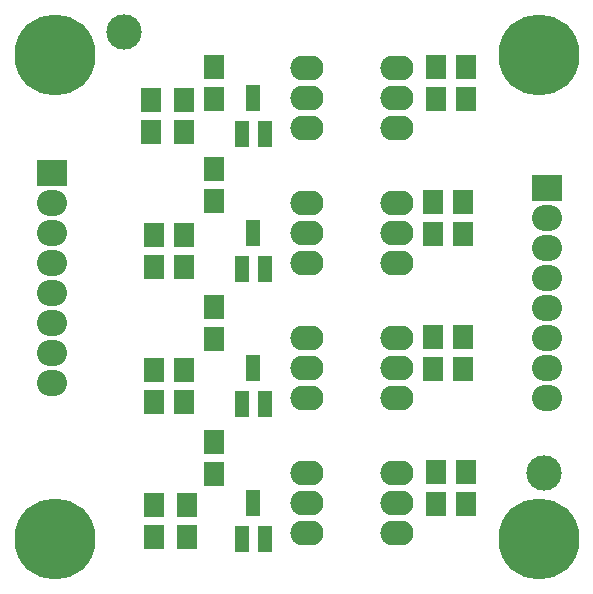
<source format=gts>
G04 #@! TF.FileFunction,Soldermask,Top*
%FSLAX46Y46*%
G04 Gerber Fmt 4.6, Leading zero omitted, Abs format (unit mm)*
G04 Created by KiCad (PCBNEW (after 2015-mar-04 BZR unknown)-product) date 12/19/2016 12:33:55 PM*
%MOMM*%
G01*
G04 APERTURE LIST*
%ADD10C,0.150000*%
%ADD11C,3.000000*%
%ADD12R,1.808000X2.008000*%
%ADD13O,2.808000X2.108000*%
%ADD14R,1.308100X2.308860*%
%ADD15R,2.540000X2.235200*%
%ADD16O,2.540000X2.235200*%
%ADD17C,6.858000*%
G04 APERTURE END LIST*
D10*
D11*
X45406000Y-39380000D03*
X9906000Y-2032000D03*
D12*
X12192000Y-7794000D03*
X12192000Y-10494000D03*
X17526000Y-7700000D03*
X17526000Y-5000000D03*
X38862000Y-7700000D03*
X38862000Y-5000000D03*
X12446000Y-19224000D03*
X12446000Y-21924000D03*
X17526000Y-13636000D03*
X17526000Y-16336000D03*
X38608000Y-19130000D03*
X38608000Y-16430000D03*
X12446000Y-30654000D03*
X12446000Y-33354000D03*
X17526000Y-25320000D03*
X17526000Y-28020000D03*
X38608000Y-30560000D03*
X38608000Y-27860000D03*
X12446000Y-42084000D03*
X12446000Y-44784000D03*
X17526000Y-36750000D03*
X17526000Y-39450000D03*
X38862000Y-41990000D03*
X38862000Y-39290000D03*
D13*
X25340000Y-5090000D03*
X25340000Y-7630000D03*
X25340000Y-10170000D03*
X32960000Y-10170000D03*
X32960000Y-7630000D03*
X32960000Y-5090000D03*
X25340000Y-16520000D03*
X25340000Y-19060000D03*
X25340000Y-21600000D03*
X32960000Y-21600000D03*
X32960000Y-19060000D03*
X32960000Y-16520000D03*
X25340000Y-27950000D03*
X25340000Y-30490000D03*
X25340000Y-33030000D03*
X32960000Y-33030000D03*
X32960000Y-30490000D03*
X32960000Y-27950000D03*
X25340000Y-39380000D03*
X25340000Y-41920000D03*
X25340000Y-44460000D03*
X32960000Y-44460000D03*
X32960000Y-41920000D03*
X32960000Y-39380000D03*
D14*
X19878000Y-10645140D03*
X21778000Y-10645140D03*
X20828000Y-7642860D03*
X19878000Y-22075140D03*
X21778000Y-22075140D03*
X20828000Y-19072860D03*
X19878000Y-33505140D03*
X21778000Y-33505140D03*
X20828000Y-30502860D03*
X19878000Y-44935140D03*
X21778000Y-44935140D03*
X20828000Y-41932860D03*
D15*
X3750000Y-13980000D03*
D16*
X3750000Y-16520000D03*
X3750000Y-19060000D03*
X3750000Y-21600000D03*
X3750000Y-24140000D03*
X3750000Y-26680000D03*
X3750000Y-29220000D03*
X3750000Y-31760000D03*
D15*
X45660000Y-15250000D03*
D16*
X45660000Y-17790000D03*
X45660000Y-20330000D03*
X45660000Y-22870000D03*
X45660000Y-25410000D03*
X45660000Y-27950000D03*
X45660000Y-30490000D03*
X45660000Y-33030000D03*
D17*
X4000000Y-4000000D03*
X45000000Y-4000000D03*
X4000000Y-45000000D03*
X45000000Y-45000000D03*
D12*
X36322000Y-5000000D03*
X36322000Y-7700000D03*
X36068000Y-16430000D03*
X36068000Y-19130000D03*
X36068000Y-27860000D03*
X36068000Y-30560000D03*
X36322000Y-39290000D03*
X36322000Y-41990000D03*
X14986000Y-7794000D03*
X14986000Y-10494000D03*
X14986000Y-19224000D03*
X14986000Y-21924000D03*
X14986000Y-30654000D03*
X14986000Y-33354000D03*
X15240000Y-42084000D03*
X15240000Y-44784000D03*
M02*

</source>
